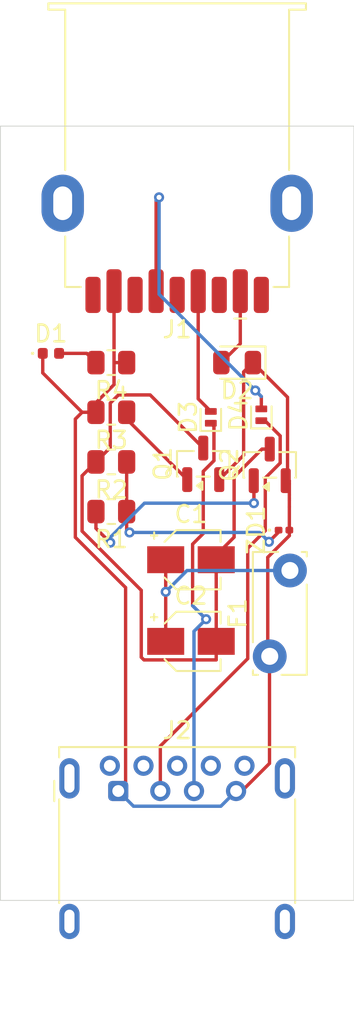
<source format=kicad_pcb>
(kicad_pcb (version 20241229) (generator "pcbnew") (generator_version "9.0")
  (layers (0 "F.Cu" signal) (2 "B.Cu" signal) (13 "F.Paste" user) (15 "B.Paste" user) (5 "F.SilkS" user "F.Silkscreen") (7 "B.SilkS" user "B.Silkscreen") (1 "F.Mask" user) (3 "B.Mask" user) (25 "Edge.Cuts" user))
  (net 0 "")
  (net 1 "Net-(C1-Pad1)")
  (net 2 "5V")
  (net 3 "Net-(D1-A)")
  (net 4 "GND")
  (net 5 "VBUS_IN")
  (net 6 "D+")
  (net 7 "Net-(D3-A)")
  (net 8 "Net-(D4-A)")
  (net 9 "D-")
  (net 26 "Net-(Q1-B)")
  (net 27 "Net-(Q2-B)")
  (net 28 "Net-(ZD1-K)")
  (footprint "Resistor_SMD:R_0805_2012Metric" (layer "F.Cu") (at 146.5875 81.95 180)
    (property "Reference" "R2" (at 0 -1.65 0) (layer "F.SilkS"))
    (property "Value" "2K")
    (fp_line (start -0.227064 0.735) (end 0.227064 0.735) (stroke (width 0.12)) (layer "F.SilkS"))
    (fp_line (start -0.227064 -0.735) (end 0.227064 -0.735) (stroke (width 0.12)) (layer "F.SilkS"))
    (pad "1" smd roundrect (at -0.9125 0 180) (size 1.025 1.4) (layers "F.Cu" "F.Mask" "F.Paste") (roundrect_rratio 0.243902) (net 28 "Net-(ZD1-K)"))
    (pad "2" smd roundrect (at 0.9125 0 180) (size 1.025 1.4) (layers "F.Cu" "F.Mask" "F.Paste") (roundrect_rratio 0.243902) (net 2 "5V"))
  )
  (footprint "Package_TO_SOT_SMD:SOT-23" (layer "F.Cu") (at 156 82.125 90)
    (property "Reference" "Q2" (at 0 -2.4 90) (layer "F.SilkS"))
    (property "Value" "BC807")
    (fp_line (start 0.76 -1.56) (end 0.76 -0.56) (stroke (width 0.12)) (layer "F.SilkS"))
    (fp_line (start -0.76 -1.56) (end 0.76 -1.56) (stroke (width 0.12)) (layer "F.SilkS"))
    (fp_line (start -0.76 -1.51) (end -0.76 -1.56) (stroke (width 0.12)) (layer "F.SilkS"))
    (fp_line (start -0.76 0.39) (end -0.76 -0.39) (stroke (width 0.12)) (layer "F.SilkS"))
    (fp_line (start 0.76 0.56) (end 0.76 1.56) (stroke (width 0.12)) (layer "F.SilkS"))
    (fp_line (start 0.76 1.56) (end -0.76 1.56) (stroke (width 0.12)) (layer "F.SilkS"))
    (fp_line (start -0.76 1.56) (end -0.76 1.51) (stroke (width 0.12)) (layer "F.SilkS"))
    (fp_poly (pts (xy -1.3 -0.38) (xy -1.06 -0.05) (xy -1.54 -0.05)) (stroke (width 0.12)) (fill yes) (layer "F.SilkS"))
    (pad "1" smd roundrect (at -0.9375 -0.95 90) (size 1.475 0.6) (layers "F.Cu" "F.Mask" "F.Paste") (net 27 "Net-(Q2-B)"))
    (pad "2" smd roundrect (at -0.9375 0.95 90) (size 1.475 0.6) (layers "F.Cu" "F.Mask" "F.Paste") (net 4 "GND"))
    (pad "3" smd roundrect (at 0.9375 0 90) (size 1.475 0.6) (layers "F.Cu" "F.Mask" "F.Paste") (net 2 "5V"))
  )
  (footprint "Capacitor_SMD:CP_Elec_3x5.3" (layer "F.Cu") (at 151.32 87.76)
    (property "Reference" "C1" (at 0 -2.7 0) (layer "F.SilkS"))
    (property "Value" "10uF")
    (fp_line (start -2.375 -1.435) (end -2 -1.435) (stroke (width 0.12)) (layer "F.SilkS"))
    (fp_line (start -2.1875 -1.6225) (end -2.1875 -1.2475) (stroke (width 0.12)) (layer "F.SilkS"))
    (fp_line (start -1.570563 -1.06) (end -0.870563 -1.76) (stroke (width 0.12)) (layer "F.SilkS"))
    (fp_line (start -1.570563 1.06) (end -0.870563 1.76) (stroke (width 0.12)) (layer "F.SilkS"))
    (fp_line (start -0.870563 -1.76) (end 1.76 -1.76) (stroke (width 0.12)) (layer "F.SilkS"))
    (fp_line (start -0.870563 1.76) (end 1.76 1.76) (stroke (width 0.12)) (layer "F.SilkS"))
    (fp_line (start 1.76 -1.76) (end 1.76 -1.06) (stroke (width 0.12)) (layer "F.SilkS"))
    (fp_line (start 1.76 1.76) (end 1.76 1.06) (stroke (width 0.12)) (layer "F.SilkS"))
    (pad "1" smd rect (at -1.5 0) (size 2.2 1.6) (layers "F.Cu" "F.Mask" "F.Paste") (net 1 "Net-(C1-Pad1)"))
    (pad "2" smd rect (at 1.5 0) (size 2.2 1.6) (layers "F.Cu" "F.Mask" "F.Paste") (net 2 "5V"))
  )
  (footprint "Capacitor_SMD:CP_Elec_3x5.3" (layer "F.Cu") (at 151.32 92.61)
    (property "Reference" "C2" (at 0 -2.7 0) (layer "F.SilkS"))
    (property "Value" "0.1uF")
    (fp_line (start -2.375 -1.435) (end -2 -1.435) (stroke (width 0.12)) (layer "F.SilkS"))
    (fp_line (start -2.1875 -1.6225) (end -2.1875 -1.2475) (stroke (width 0.12)) (layer "F.SilkS"))
    (fp_line (start -1.570563 -1.06) (end -0.870563 -1.76) (stroke (width 0.12)) (layer "F.SilkS"))
    (fp_line (start -1.570563 1.06) (end -0.870563 1.76) (stroke (width 0.12)) (layer "F.SilkS"))
    (fp_line (start -0.870563 -1.76) (end 1.76 -1.76) (stroke (width 0.12)) (layer "F.SilkS"))
    (fp_line (start -0.870563 1.76) (end 1.76 1.76) (stroke (width 0.12)) (layer "F.SilkS"))
    (fp_line (start 1.76 -1.76) (end 1.76 -1.06) (stroke (width 0.12)) (layer "F.SilkS"))
    (fp_line (start 1.76 1.76) (end 1.76 1.06) (stroke (width 0.12)) (layer "F.SilkS"))
    (pad "1" smd rect (at -1.5 0) (size 2.2 1.6) (layers "F.Cu" "F.Mask" "F.Paste") (net 1 "Net-(C1-Pad1)"))
    (pad "2" smd rect (at 1.5 0) (size 2.2 1.6) (layers "F.Cu" "F.Mask" "F.Paste") (net 2 "5V"))
  )
  (footprint "Diode_SMD:D_SOD-882" (layer "F.Cu") (at 155.5 79.15 90)
    (property "Reference" "D4" (at 0 -1.35 90) (layer "F.SilkS"))
    (property "Value" "D3" (hide yes))
    (fp_line (start -0.81 -0.61) (end 0.5 -0.61) (stroke (width 0.12)) (layer "F.SilkS"))
    (fp_line (start -0.81 -0.61) (end -0.81 0.61) (stroke (width 0.12)) (layer "F.SilkS"))
    (fp_line (start -0.81 0.61) (end 0.5 0.61) (stroke (width 0.12)) (layer "F.SilkS"))
    (pad "1" smd roundrect (at -0.35 0 90) (size 0.4 0.7) (layers "F.Cu" "F.Mask") (roundrect_rratio 0.125) (net 9 "D-"))
    (pad "2" smd roundrect (at 0.35 0 90) (size 0.4 0.7) (layers "F.Cu" "F.Mask") (roundrect_rratio 0.125) (net 8 "Net-(D4-A)"))
  )
  (footprint "Resistor_SMD:R_0805_2012Metric" (layer "F.Cu") (at 146.5875 76.05 180)
    (property "Reference" "R4" (at 0 -1.65 0) (layer "F.SilkS"))
    (property "Value" "1K")
    (fp_line (start -0.227064 0.735) (end 0.227064 0.735) (stroke (width 0.12)) (layer "F.SilkS"))
    (fp_line (start -0.227064 -0.735) (end 0.227064 -0.735) (stroke (width 0.12)) (layer "F.SilkS"))
    (pad "1" smd roundrect (at -0.9125 0 180) (size 1.025 1.4) (layers "F.Cu" "F.Mask" "F.Paste") (roundrect_rratio 0.243902) (net 4 "GND"))
    (pad "2" smd roundrect (at 0.9125 0 180) (size 1.025 1.4) (layers "F.Cu" "F.Mask" "F.Paste") (roundrect_rratio 0.243902) (net 3 "Net-(D1-A)"))
  )
  (footprint "Package_TO_SOT_SMD:SOT-23" (layer "F.Cu") (at 152.05 82.0625 90)
    (property "Reference" "Q1" (at 0 -2.4 90) (layer "F.SilkS"))
    (property "Value" "BC807")
    (fp_line (start 0.76 -1.56) (end 0.76 -0.56) (stroke (width 0.12)) (layer "F.SilkS"))
    (fp_line (start -0.76 -1.56) (end 0.76 -1.56) (stroke (width 0.12)) (layer "F.SilkS"))
    (fp_line (start -0.76 -1.51) (end -0.76 -1.56) (stroke (width 0.12)) (layer "F.SilkS"))
    (fp_line (start -0.76 0.39) (end -0.76 -0.39) (stroke (width 0.12)) (layer "F.SilkS"))
    (fp_line (start 0.76 0.56) (end 0.76 1.56) (stroke (width 0.12)) (layer "F.SilkS"))
    (fp_line (start 0.76 1.56) (end -0.76 1.56) (stroke (width 0.12)) (layer "F.SilkS"))
    (fp_line (start -0.76 1.56) (end -0.76 1.51) (stroke (width 0.12)) (layer "F.SilkS"))
    (fp_poly (pts (xy -1.3 -0.38) (xy -1.06 -0.05) (xy -1.54 -0.05)) (stroke (width 0.12)) (fill yes) (layer "F.SilkS"))
    (pad "1" smd roundrect (at -0.9375 -0.95 90) (size 1.475 0.6) (layers "F.Cu" "F.Mask" "F.Paste") (net 26 "Net-(Q1-B)"))
    (pad "2" smd roundrect (at -0.9375 0.95 90) (size 1.475 0.6) (layers "F.Cu" "F.Mask" "F.Paste") (net 4 "GND"))
    (pad "3" smd roundrect (at 0.9375 0 90) (size 1.475 0.6) (layers "F.Cu" "F.Mask" "F.Paste") (net 2 "5V"))
  )
  (footprint "Connector_USB:USB3_A_Receptacle_Wuerth_692122030100" (layer "F.Cu") (at 150.5 63.1325 180)
    (property "Reference" "J1" (at 0 -10.95 0) (layer "F.SilkS"))
    (property "Value" "USB3_A")
    (fp_line (start 7.65 8.425) (end 7.65 8.05) (stroke (width 0.12)) (layer "F.SilkS"))
    (fp_line (start 7.65 8.05) (end 6.65 8.05) (stroke (width 0.12)) (layer "F.SilkS"))
    (fp_line (start 6.65 8.05) (end 6.65 -1.475) (stroke (width 0.12)) (layer "F.SilkS"))
    (fp_line (start 6.65 -8.425) (end 6.65 -5.425) (stroke (width 0.12)) (layer "F.SilkS"))
    (fp_line (start 5.725 -8.425) (end 6.65 -8.425) (stroke (width 0.12)) (layer "F.SilkS"))
    (fp_line (start -3.4 -10.3) (end -4.1 -10.3) (stroke (width 0.12)) (layer "F.SilkS"))
    (fp_line (start -5.725 -8.425) (end -6.65 -8.425) (stroke (width 0.12)) (layer "F.SilkS"))
    (fp_line (start -6.65 8.05) (end -6.65 -1.475) (stroke (width 0.12)) (layer "F.SilkS"))
    (fp_line (start -6.65 -8.425) (end -6.65 -5.425) (stroke (width 0.12)) (layer "F.SilkS"))
    (fp_line (start -7.65 8.425) (end 7.65 8.425) (stroke (width 0.12)) (layer "F.SilkS"))
    (fp_line (start -7.65 8.425) (end -7.65 8.05) (stroke (width 0.12)) (layer "F.SilkS"))
    (fp_line (start -7.65 8.05) (end -6.65 8.05) (stroke (width 0.12)) (layer "F.SilkS"))
    (pad "" np_thru_hole circle (at -3.4 -3.45 180) (size 2 2) (drill 2) (layers "*.Cu" "*.Mask"))
    (pad "" np_thru_hole circle (at 3.4 -3.45 180) (size 2 2) (drill 2) (layers "*.Cu" "*.Mask"))
    (pad "1" smd roundrect (at -3.75 -8.67 180) (size 0.9 2.6) (layers "F.Cu" "F.Mask" "F.Paste") (net 5 "VBUS_IN"))
    (pad "2" smd roundrect (at -1.25 -8.67 180) (size 0.9 2.6) (layers "F.Cu" "F.Mask" "F.Paste") (net 7 "Net-(D3-A)"))
    (pad "3" smd roundrect (at 1.25 -8.67 180) (size 0.9 2.6) (layers "F.Cu" "F.Mask" "F.Paste") (net 8 "Net-(D4-A)"))
    (pad "4" smd roundrect (at 3.75 -8.67 180) (size 0.9 2.6) (layers "F.Cu" "F.Mask" "F.Paste") (net 4 "GND"))
    (pad "5" smd roundrect (at 5 -8.895 180) (size 0.9 2.15) (layers "F.Cu" "F.Mask" "F.Paste"))
    (pad "6" smd roundrect (at 2.5 -8.895 180) (size 0.9 2.15) (layers "F.Cu" "F.Mask" "F.Paste"))
    (pad "7" smd roundrect (at 0 -8.895 180) (size 0.9 2.15) (layers "F.Cu" "F.Mask" "F.Paste"))
    (pad "8" smd roundrect (at -2.5 -8.895 180) (size 0.9 2.15) (layers "F.Cu" "F.Mask" "F.Paste"))
    (pad "9" smd roundrect (at -5 -8.895 180) (size 0.9 2.15) (layers "F.Cu" "F.Mask" "F.Paste"))
    (pad "10" thru_hole oval (at -6.8 -3.45 180) (size 2.52 3.4) (drill oval 1.12 2) (property pad_prop_heatsink) (layers "*.Cu" "*.Mask"))
    (pad "10" thru_hole oval (at 6.8 -3.45 180) (size 2.52 3.4) (drill oval 1.12 2) (property pad_prop_heatsink) (layers "*.Cu" "*.Mask"))
  )
  (footprint "Resistor_SMD:R_0805_2012Metric" (layer "F.Cu") (at 146.5875 84.9 180)
    (property "Reference" "R1" (at 0 -1.65 0) (layer "F.SilkS"))
    (property "Value" "1K")
    (fp_line (start -0.227064 0.735) (end 0.227064 0.735) (stroke (width 0.12)) (layer "F.SilkS"))
    (fp_line (start -0.227064 -0.735) (end 0.227064 -0.735) (stroke (width 0.12)) (layer "F.SilkS"))
    (pad "1" smd roundrect (at -0.9125 0 180) (size 1.025 1.4) (layers "F.Cu" "F.Mask" "F.Paste") (roundrect_rratio 0.243902) (net 28 "Net-(ZD1-K)"))
    (pad "2" smd roundrect (at 0.9125 0 180) (size 1.025 1.4) (layers "F.Cu" "F.Mask" "F.Paste") (roundrect_rratio 0.243902) (net 27 "Net-(Q2-B)"))
  )
  (footprint "Diode_SMD:D_0201_0603Metric" (layer "F.Cu") (at 156.845 86)
    (property "Reference" "ZD1" (at -1.655 0 90) (layer "F.SilkS"))
    (property "Value" "5.1V")
    (fp_circle (center -0.86 0) (end -0.81 0) (stroke (width 0.1)) (fill no) (layer "F.SilkS"))
    (pad "1" smd roundrect (at -0.32 0) (size 0.46 0.4) (layers "F.Cu" "F.Mask") (net 28 "Net-(ZD1-K)"))
    (pad "2" smd roundrect (at 0.32 0) (size 0.46 0.4) (layers "F.Cu" "F.Mask") (net 4 "GND"))
  )
  (footprint "LED_SMD:LED_0402_1005Metric" (layer "F.Cu") (at 143 75.5)
    (property "Reference" "D1" (at 0 -1.17 0) (layer "F.SilkS"))
    (property "Value" "LED")
    (fp_circle (center -1.09 0) (end -1.04 0) (stroke (width 0.1)) (fill no) (layer "F.SilkS"))
    (pad "1" smd roundrect (at -0.485 0) (size 0.59 0.64) (layers "F.Cu" "F.Mask" "F.Paste") (net 4 "GND"))
    (pad "2" smd roundrect (at 0.485 0) (size 0.59 0.64) (layers "F.Cu" "F.Mask" "F.Paste") (net 3 "Net-(D1-A)"))
  )
  (footprint "Connector_USB:USB3_A_Molex_48393-001" (layer "F.Cu") (at 147 101.5)
    (property "Reference" "J2" (at 3.5 -3.6 0) (layer "F.SilkS"))
    (property "Value" "USB3_A")
    (fp_line (start -3.8 -0.6) (end -3.8 0.6) (stroke (width 0.12)) (layer "F.SilkS"))
    (fp_line (start -3.51 -2.61) (end -3.51 -2) (stroke (width 0.12)) (layer "F.SilkS"))
    (fp_line (start -3.51 -2.61) (end 10.51 -2.61) (stroke (width 0.12)) (layer "F.SilkS"))
    (fp_line (start -3.51 6.65) (end -3.51 0.5) (stroke (width 0.12)) (layer "F.SilkS"))
    (fp_line (start 10.51 -2.61) (end 10.51 -2) (stroke (width 0.12)) (layer "F.SilkS"))
    (fp_line (start 10.51 6.65) (end 10.51 0.5) (stroke (width 0.12)) (layer "F.SilkS"))
    (pad "1" thru_hole roundrect (at 0 0) (size 1.2 1.2) (drill 0.7) (layers "*.Cu" "*.Mask") (roundrect_rratio 0.2083333333) (net 4 "GND"))
    (pad "2" thru_hole circle (at 2.5 0) (size 1.2 1.2) (drill 0.7) (layers "*.Cu" "*.Mask") (net 9 "D-"))
    (pad "3" thru_hole circle (at 4.5 0) (size 1.2 1.2) (drill 0.7) (layers "*.Cu" "*.Mask") (net 6 "D+"))
    (pad "4" thru_hole circle (at 7 0) (size 1.2 1.2) (drill 0.7) (layers "*.Cu" "*.Mask") (net 4 "GND"))
    (pad "5" thru_hole circle (at 7.5 -1.5) (size 1.2 1.2) (drill 0.7) (layers "*.Cu" "*.Mask"))
    (pad "6" thru_hole circle (at 5.5 -1.5) (size 1.2 1.2) (drill 0.7) (layers "*.Cu" "*.Mask"))
    (pad "7" thru_hole circle (at 3.5 -1.5) (size 1.2 1.2) (drill 0.7) (layers "*.Cu" "*.Mask"))
    (pad "8" thru_hole circle (at 1.5 -1.5) (size 1.2 1.2) (drill 0.7) (layers "*.Cu" "*.Mask"))
    (pad "9" thru_hole circle (at -0.5 -1.5) (size 1.2 1.2) (drill 0.7) (layers "*.Cu" "*.Mask"))
    (pad "10" thru_hole oval (at -2.9 -0.75) (size 1.2 2.4) (drill oval 0.6 1.7) (layers "*.Cu" "*.Mask"))
    (pad "10" thru_hole oval (at -2.9 7.75) (size 1.2 2.1) (drill oval 0.6 1.4) (layers "*.Cu" "*.Mask"))
    (pad "10" thru_hole oval (at 9.9 -0.75) (size 1.2 2.4) (drill oval 0.6 1.7) (layers "*.Cu" "*.Mask"))
    (pad "10" thru_hole oval (at 9.9 7.75) (size 1.2 2.1) (drill oval 0.6 1.4) (layers "*.Cu" "*.Mask"))
  )
  (footprint "Diode_SMD:D_0805_2012Metric" (layer "F.Cu") (at 154.0625 76.05 180)
    (property "Reference" "D2" (at 0 -1.65 0) (layer "F.SilkS"))
    (property "Value" "D_TVS")
    (fp_line (start 1 -0.96) (end -1.685 -0.96) (stroke (width 0.12)) (layer "F.SilkS"))
    (fp_line (start -1.685 0.96) (end 1 0.96) (stroke (width 0.12)) (layer "F.SilkS"))
    (fp_line (start -1.685 -0.96) (end -1.685 0.96) (stroke (width 0.12)) (layer "F.SilkS"))
    (pad "1" smd roundrect (at -0.9375 0 180) (size 0.975 1.4) (layers "F.Cu" "F.Mask" "F.Paste") (net 4 "GND"))
    (pad "2" smd roundrect (at 0.9375 0 180) (size 0.975 1.4) (layers "F.Cu" "F.Mask" "F.Paste") (net 5 "VBUS_IN"))
  )
  (footprint "Resistor_SMD:R_0805_2012Metric" (layer "F.Cu") (at 146.5875 79 180)
    (property "Reference" "R3" (at 0 -1.65 0) (layer "F.SilkS"))
    (property "Value" "6.2K")
    (fp_line (start -0.227064 0.735) (end 0.227064 0.735) (stroke (width 0.12)) (layer "F.SilkS"))
    (fp_line (start -0.227064 -0.735) (end 0.227064 -0.735) (stroke (width 0.12)) (layer "F.SilkS"))
    (pad "1" smd roundrect (at -0.9125 0 180) (size 1.025 1.4) (layers "F.Cu" "F.Mask" "F.Paste") (roundrect_rratio 0.243902) (net 26 "Net-(Q1-B)"))
    (pad "2" smd roundrect (at 0.9125 0 180) (size 1.025 1.4) (layers "F.Cu" "F.Mask" "F.Paste") (roundrect_rratio 0.243902) (net 4 "GND"))
  )
  (footprint "Diode_SMD:D_SOD-882" (layer "F.Cu") (at 152.5 79.3 90)
    (property "Reference" "D3" (at 0 -1.35 90) (layer "F.SilkS"))
    (property "Value" "D4" (hide yes))
    (fp_line (start -0.81 -0.61) (end 0.5 -0.61) (stroke (width 0.12)) (layer "F.SilkS"))
    (fp_line (start -0.81 -0.61) (end -0.81 0.61) (stroke (width 0.12)) (layer "F.SilkS"))
    (fp_line (start -0.81 0.61) (end 0.5 0.61) (stroke (width 0.12)) (layer "F.SilkS"))
    (pad "1" smd roundrect (at -0.35 0 90) (size 0.4 0.7) (layers "F.Cu" "F.Mask") (roundrect_rratio 0.125) (net 6 "D+"))
    (pad "2" smd roundrect (at 0.35 0 90) (size 0.4 0.7) (layers "F.Cu" "F.Mask") (roundrect_rratio 0.125) (net 7 "Net-(D3-A)"))
  )
  (footprint "Fuse:Fuse_Bourns_MF-RG300" (layer "F.Cu") (at 156 93.5 90)
    (property "Reference" "F1" (at 2.55 -1.9 90) (layer "F.SilkS"))
    (property "Value" "Polyfuse")
    (fp_line (start 6.2 -1) (end 6.2 0.498) (stroke (width 0.12)) (layer "F.SilkS"))
    (fp_line (start 0.838 -1) (end 6.2 -1) (stroke (width 0.12)) (layer "F.SilkS"))
    (fp_line (start -1.1 -1) (end -0.838 -1) (stroke (width 0.12)) (layer "F.SilkS"))
    (fp_line (start -1.1 -0.702) (end -1.1 -1) (stroke (width 0.12)) (layer "F.SilkS"))
    (fp_line (start 6.2 1.902) (end 6.2 2.2) (stroke (width 0.12)) (layer "F.SilkS"))
    (fp_line (start 6.2 2.2) (end 5.938 2.2) (stroke (width 0.12)) (layer "F.SilkS"))
    (fp_line (start 4.262 2.2) (end -1.1 2.2) (stroke (width 0.12)) (layer "F.SilkS"))
    (fp_line (start -1.1 2.2) (end -1.1 0.702) (stroke (width 0.12)) (layer "F.SilkS"))
    (pad "1" thru_hole circle (at 0 0 90) (size 2.01 2.01) (drill 1.01) (layers "*.Cu" "*.Mask") (net 4 "GND"))
    (pad "2" thru_hole circle (at 5.1 1.2 90) (size 2.01 2.01) (drill 1.01) (layers "*.Cu" "*.Mask") (net 1 "Net-(C1-Pad1)"))
  )
  (gr_rect (start 140 62) (end 161 108) (stroke (width 0.05)) (fill no) (layer "Edge.Cuts"))
  (segment (start 149.82 87.76) (end 149.82 89.6675) (width 0.2) (layer "F.Cu") (net 1))
  (segment (start 149.82 89.6675) (end 149.82 92.61) (width 0.2) (layer "F.Cu") (net 1))
  (via (at 149.82 89.6675) (size 0.6) (drill 0.3) (layers "F.Cu" "B.Cu") (net 1))
  (segment (start 151.0875 88.4) (end 149.82 89.6675) (width 0.2) (layer "B.Cu") (net 1))
  (segment (start 157.2 88.4) (end 151.0875 88.4) (width 0.2) (layer "B.Cu") (net 1))
  (segment (start 152.8217 88.8634) (end 152.82 88.8617) (width 0.2) (layer "F.Cu") (net 2))
  (segment (start 146.5253 78.4551) (end 147.0109 77.9695) (width 0.2) (layer "F.Cu") (net 2))
  (segment (start 144.8524 86.0613) (end 144.8524 82.7726) (width 0.2) (layer "F.Cu") (net 2))
  (segment (start 148.3671 93.5526) (end 148.3671 89.576) (width 0.2) (layer "F.Cu") (net 2))
  (segment (start 152.82 92.61) (end 152.82 93.7117) (width 0.2) (layer "F.Cu") (net 2))
  (segment (start 148.8945 77.9695) (end 152.05 81.125) (width 0.2) (layer "F.Cu") (net 2))
  (segment (start 152.82 92.61) (end 152.8217 92.6083) (width 0.2) (layer "F.Cu") (net 2))
  (segment (start 146.5253 81.0997) (end 146.5253 78.4551) (width 0.2) (layer "F.Cu") (net 2))
  (segment (start 152.82 87.76) (end 152.82 87.4845) (width 0.2) (layer "F.Cu") (net 2))
  (segment (start 153.8835 82.8407) (end 155.5367 81.1875) (width 0.2) (layer "F.Cu") (net 2))
  (segment (start 148.3671 89.576) (end 144.8524 86.0613) (width 0.2) (layer "F.Cu") (net 2))
  (segment (start 144.8524 82.7726) (end 145.675 81.95) (width 0.2) (layer "F.Cu") (net 2))
  (segment (start 152.82 93.7117) (end 148.5262 93.7117) (width 0.2) (layer "F.Cu") (net 2))
  (segment (start 152.82 87.76) (end 152.82 88.8617) (width 0.2) (layer "F.Cu") (net 2))
  (segment (start 147.0109 77.9695) (end 148.8945 77.9695) (width 0.2) (layer "F.Cu") (net 2))
  (segment (start 145.675 81.95) (end 146.5253 81.0997) (width 0.2) (layer "F.Cu") (net 2))
  (segment (start 148.5262 93.7117) (end 148.3671 93.5526) (width 0.2) (layer "F.Cu") (net 2))
  (segment (start 155.5367 81.1875) (end 156 81.1875) (width 0.2) (layer "F.Cu") (net 2))
  (segment (start 152.8217 92.6083) (end 152.8217 88.8634) (width 0.2) (layer "F.Cu") (net 2))
  (segment (start 153.8835 86.421) (end 153.8835 82.8407) (width 0.2) (layer "F.Cu") (net 2))
  (segment (start 152.82 87.4845) (end 153.8835 86.421) (width 0.2) (layer "F.Cu") (net 2))
  (segment (start 143.485 75.5) (end 145.125 75.5) (width 0.2) (layer "F.Cu") (net 3))
  (segment (start 145.125 75.5) (end 145.675 76.05) (width 0.2) (layer "F.Cu") (net 3))
  (segment (start 147.5 76.05) (end 146.75 76.05) (width 0.2) (layer "F.Cu") (net 4))
  (segment (start 155.8822 87.6155) (end 157.165 86.3327) (width 0.2) (layer "F.Cu") (net 4))
  (segment (start 157.165 84.5974) (end 157.165 84.2296) (width 0.2) (layer "F.Cu") (net 4))
  (segment (start 147.4375 101.0625) (end 147 101.5) (width 0.2) (layer "F.Cu") (net 4))
  (segment (start 155.9866 93.5134) (end 155.9866 99.8601) (width 0.2) (layer "F.Cu") (net 4))
  (segment (start 157.0575 78.1075) (end 157.0575 83.0625) (width 0.2) (layer "F.Cu") (net 4))
  (segment (start 144.6861 86.6632) (end 144.8509 86.828) (width 0.2) (layer "F.Cu") (net 4))
  (segment (start 144.8509 86.828) (end 147.4375 89.4146) (width 0.2) (layer "F.Cu") (net 4))
  (segment (start 156 93.5) (end 155.8822 93.3822) (width 0.2) (layer "F.Cu") (net 4))
  (segment (start 157.165 84.1106) (end 157.165 83.9061) (width 0.2) (layer "F.Cu") (net 4))
  (segment (start 146.75 76.05) (end 146.75 77.357) (width 0.2) (layer "F.Cu") (net 4))
  (segment (start 146.75 76.05) (end 146.75 71.8025) (width 0.2) (layer "F.Cu") (net 4))
  (segment (start 144.4507 86.4278) (end 144.6861 86.6632) (width 0.2) (layer "F.Cu") (net 4))
  (segment (start 157.165 86) (end 157.165 84.6387) (width 0.2) (layer "F.Cu") (net 4))
  (segment (start 157.165 84.6387) (end 157.165 84.5974) (width 0.2) (layer "F.Cu") (net 4))
  (segment (start 157.165 83.0625) (end 157.0575 83.0625) (width 0.2) (layer "F.Cu") (net 4))
  (segment (start 146.75 77.357) (end 145.675 78.432) (width 0.2) (layer "F.Cu") (net 4))
  (segment (start 157.0575 83.0625) (end 156.95 83.0625) (width 0.2) (layer "F.Cu") (net 4))
  (segment (start 147.4375 89.4146) (end 147.4375 101.0625) (width 0.2) (layer "F.Cu") (net 4))
  (segment (start 155.9866 99.8601) (end 154.3467 101.5) (width 0.2) (layer "F.Cu") (net 4))
  (segment (start 154.4492 76.6008) (end 154.4492 81.5508) (width 0.2) (layer "F.Cu") (net 4))
  (segment (start 157.165 83.0625) (end 157.165 83.2362) (width 0.2) (layer "F.Cu") (net 4))
  (segment (start 156 93.5) (end 155.9866 93.5134) (width 0.2) (layer "F.Cu") (net 4))
  (segment (start 155 76.05) (end 157.0575 78.1075) (width 0.2) (layer "F.Cu") (net 4))
  (segment (start 144.6861 86.6632) (end 144.8509 86.828) (width 0.2) (layer "F.Cu") (net 4))
  (segment (start 157.165 84.2296) (end 157.165 84.1106) (width 0.2) (layer "F.Cu") (net 4))
  (segment (start 144.8524 79) (end 144.4507 79.4017) (width 0.2) (layer "F.Cu") (net 4))
  (segment (start 157.165 83.2362) (end 157.165 83.2775) (width 0.2) (layer "F.Cu") (net 4))
  (segment (start 142.515 76.6626) (end 144.8524 79) (width 0.2) (layer "F.Cu") (net 4))
  (segment (start 145.675 78.432) (end 145.675 79) (width 0.2) (layer "F.Cu") (net 4))
  (segment (start 142.515 75.5) (end 142.515 76.6626) (width 0.2) (layer "F.Cu") (net 4))
  (segment (start 155 76.05) (end 154.4492 76.6008) (width 0.2) (layer "F.Cu") (net 4))
  (segment (start 144.4507 79.4017) (end 144.4507 86.4278) (width 0.2) (layer "F.Cu") (net 4))
  (segment (start 155.8822 93.3822) (end 155.8822 87.6155) (width 0.2) (layer "F.Cu") (net 4))
  (segment (start 154.4492 81.5508) (end 153 83) (width 0.2) (layer "F.Cu") (net 4))
  (segment (start 145.675 79) (end 144.8524 79) (width 0.2) (layer "F.Cu") (net 4))
  (segment (start 157.165 86.3327) (end 157.165 86) (width 0.2) (layer "F.Cu") (net 4))
  (segment (start 157.165 83.9061) (end 157.165 83.2775) (width 0.2) (layer "F.Cu") (net 4))
  (segment (start 154.3467 101.5) (end 154 101.5) (width 0.2) (layer "F.Cu") (net 4))
  (segment (start 154 101.5) (end 153.0966 102.4034) (width 0.2) (layer "B.Cu") (net 4))
  (segment (start 153.0966 102.4034) (end 147.9034 102.4034) (width 0.2) (layer "B.Cu") (net 4))
  (segment (start 147.9034 102.4034) (end 147 101.5) (width 0.2) (layer "B.Cu") (net 4))
  (segment (start 154.25 74.925) (end 154.25 71.8025) (width 0.2) (layer "F.Cu") (net 5))
  (segment (start 153.125 76.05) (end 154.25 74.925) (width 0.2) (layer "F.Cu") (net 5))
  (segment (start 151.4183 86.835) (end 151.4183 90.4908) (width 0.2) (layer "F.Cu") (net 6))
  (segment (start 152.05 86.2033) (end 151.4183 86.835) (width 0.2) (layer "F.Cu") (net 6))
  (segment (start 152.5 79.65) (end 152.6859 79.8359) (width 0.2) (layer "F.Cu") (net 6))
  (segment (start 151.4183 90.4908) (end 152.22 91.2925) (width 0.2) (layer "F.Cu") (net 6))
  (segment (start 151.4183 90.4908) (end 152.22 91.2925) (width 0.2) (layer "F.Cu") (net 6))
  (segment (start 152.6859 79.8359) (end 152.6859 81.8766) (width 0.2) (layer "F.Cu") (net 6))
  (segment (start 152.22 91.2925) (end 151.4183 90.4908) (width 0.2) (layer "F.Cu") (net 6))
  (segment (start 152.05 82.5125) (end 152.05 86.2033) (width 0.2) (layer "F.Cu") (net 6))
  (segment (start 152.6859 81.8766) (end 152.05 82.5125) (width 0.2) (layer "F.Cu") (net 6))
  (via (at 152.22 91.2925) (size 0.6) (drill 0.3) (layers "F.Cu" "B.Cu") (net 6))
  (segment (start 151.5 101.5) (end 151.5 92.0125) (width 0.2) (layer "B.Cu") (net 6))
  (segment (start 151.4183 90.4908) (end 152.22 91.2925) (width 0.2) (layer "B.Cu") (net 6))
  (segment (start 152.22 91.2925) (end 151.4183 90.4908) (width 0.2) (layer "B.Cu") (net 6))
  (segment (start 151.5 92.0125) (end 152.22 91.2925) (width 0.2) (layer "B.Cu") (net 6))
  (segment (start 151.75 78.2) (end 152.5 78.95) (width 0.2) (layer "F.Cu") (net 7))
  (segment (start 151.75 71.8025) (end 151.75 78.2) (width 0.2) (layer "F.Cu") (net 7))
  (segment (start 149.425 66.2312) (end 149.25 66.4062) (width 0.2) (layer "F.Cu") (net 8))
  (segment (start 155.5 78.0609) (end 155.1445 77.7054) (width 0.2) (layer "F.Cu") (net 8))
  (segment (start 149.425 66.2312) (end 149.25 66.4062) (width 0.2) (layer "F.Cu") (net 8))
  (segment (start 155.5 78.8) (end 155.5 78.0609) (width 0.2) (layer "F.Cu") (net 8))
  (segment (start 149.25 66.4062) (end 149.25 71.8025) (width 0.2) (layer "F.Cu") (net 8))
  (segment (start 155.1445 77.7054) (end 155.5 78.0609) (width 0.2) (layer "F.Cu") (net 8))
  (segment (start 149.25 66.4062) (end 149.425 66.2312) (width 0.2) (layer "F.Cu") (net 8))
  (segment (start 155.5 78.0609) (end 155.1445 77.7054) (width 0.2) (layer "F.Cu") (net 8))
  (via (at 149.425 66.2312) (size 0.6) (drill 0.3) (layers "F.Cu" "B.Cu") (net 8))
  (via (at 155.1445 77.7054) (size 0.6) (drill 0.3) (layers "F.Cu" "B.Cu") (net 8))
  (segment (start 155.1445 77.7054) (end 149.425 71.9859) (width 0.2) (layer "B.Cu") (net 8))
  (segment (start 149.425 71.9859) (end 149.425 66.2312) (width 0.2) (layer "B.Cu") (net 8))
  (segment (start 155.5 78.0609) (end 155.1445 77.7054) (width 0.2) (layer "B.Cu") (net 8))
  (segment (start 149.25 66.4062) (end 149.425 66.2312) (width 0.2) (layer "B.Cu") (net 8))
  (segment (start 155.1445 77.7054) (end 155.5 78.0609) (width 0.2) (layer "B.Cu") (net 8))
  (segment (start 149.425 66.2312) (end 149.25 66.4062) (width 0.2) (layer "B.Cu") (net 8))
  (segment (start 154.6933 93.6339) (end 154.6933 87.0782) (width 0.2) (layer "F.Cu") (net 9))
  (segment (start 149.5 98.8272) (end 154.6933 93.6339) (width 0.2) (layer "F.Cu") (net 9))
  (segment (start 154.6933 87.0782) (end 155.7362 86.0353) (width 0.2) (layer "F.Cu") (net 9))
  (segment (start 156.621 80.4034) (end 155.7176 79.5) (width 0.2) (layer "F.Cu") (net 9))
  (segment (start 155.7362 86.0353) (end 155.7362 82.8991) (width 0.2) (layer "F.Cu") (net 9))
  (segment (start 155.7362 82.8991) (end 156.621 82.0143) (width 0.2) (layer "F.Cu") (net 9))
  (segment (start 156.621 82.0143) (end 156.621 80.4034) (width 0.2) (layer "F.Cu") (net 9))
  (segment (start 155.7176 79.5) (end 155.5 79.5) (width 0.2) (layer "F.Cu") (net 9))
  (segment (start 149.5 101.5) (end 149.5 98.8272) (width 0.2) (layer "F.Cu") (net 9))
  (segment (start 147.5 79.4) (end 147.5 79) (width 0.2) (layer "F.Cu") (net 26))
  (segment (start 151.1 83) (end 147.5 79.4) (width 0.2) (layer "F.Cu") (net 26))
  (segment (start 155.0609 83.0734) (end 155.0609 84.4003) (width 0.2) (layer "F.Cu") (net 27))
  (segment (start 146.525 86.7442) (end 145.675 85.8942) (width 0.2) (layer "F.Cu") (net 27))
  (segment (start 145.675 85.8942) (end 145.675 84.9) (width 0.2) (layer "F.Cu") (net 27))
  (segment (start 155.05 83.0625) (end 155.0609 83.0734) (width 0.2) (layer "F.Cu") (net 27))
  (via (at 146.525 86.7442) (size 0.6) (drill 0.3) (layers "F.Cu" "B.Cu") (net 27))
  (via (at 155.0609 84.4003) (size 0.6) (drill 0.3) (layers "F.Cu" "B.Cu") (net 27))
  (segment (start 146.525 86.4341) (end 146.525 86.7442) (width 0.2) (layer "B.Cu") (net 27))
  (segment (start 148.5588 84.4003) (end 146.525 86.4341) (width 0.2) (layer "B.Cu") (net 27))
  (segment (start 155.0609 84.4003) (end 148.5588 84.4003) (width 0.2) (layer "B.Cu") (net 27))
  (segment (start 147.6704 86.1395) (end 147.5 85.9691) (width 0.2) (layer "F.Cu") (net 28))
  (segment (start 155.9529 86.6939) (end 156.0244 86.6224) (width 0.2) (layer "F.Cu") (net 28))
  (segment (start 147.5 85.9691) (end 147.5 84.9) (width 0.2) (layer "F.Cu") (net 28))
  (segment (start 155.9529 86.6939) (end 156.525 86.1218) (width 0.2) (layer "F.Cu") (net 28))
  (segment (start 156.0244 86.6224) (end 155.9529 86.6939) (width 0.2) (layer "F.Cu") (net 28))
  (segment (start 156.525 86.1218) (end 156.525 86) (width 0.2) (layer "F.Cu") (net 28))
  (segment (start 147.5 84.9) (end 147.5 81.95) (width 0.2) (layer "F.Cu") (net 28))
  (via (at 155.9529 86.6939) (size 0.6) (drill 0.3) (layers "F.Cu" "B.Cu") (net 28))
  (via (at 147.6704 86.1395) (size 0.6) (drill 0.3) (layers "F.Cu" "B.Cu") (net 28))
  (segment (start 156.0244 86.6224) (end 155.9529 86.6939) (width 0.2) (layer "B.Cu") (net 28))
  (segment (start 155.3985 86.1395) (end 155.9529 86.6939) (width 0.2) (layer "B.Cu") (net 28))
  (segment (start 147.6704 86.1395) (end 155.3985 86.1395) (width 0.2) (layer "B.Cu") (net 28))
  (segment (start 155.9529 86.6939) (end 156.0244 86.6224) (width 0.2) (layer "B.Cu") (net 28))
)
</source>
